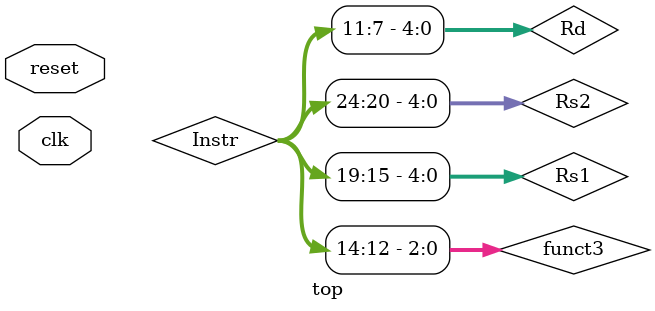
<source format=v>
`timescale 1ns / 1ps

module top(
    input wire clk,
    input wire reset
);

    // ALU
    wire [2:0] ALUcontroltop;
    wire [31:0] srcA, srcB;
    wire [31:0] AluresultTop;
    wire zeroTop, signTop;

    alu alu(
        .A(srcA),
        .B(srcB),
        .ALUControl_in(ALUcontroltop),
        .ALU_result(AluresultTop),
        .zero(zeroTop),
        .sign(signTop)
    );

    // Program Counter
    wire [31:0] pc_next;
    wire [31:0] pc;

    PC PC(
        .clk(clk),
        .reset(reset),
        .load(1'b1),
        .PC_next(pc_next),
        .PC(pc)
    );

    // Instruction Memory
    wire [31:0] Instr;
    instruction_memory instruction_memory(
        .A(pc),
        .RD(Instr)
    );

    // Sign Extender
    wire [31:0] ImmExt;
    wire [1:0] ImmSrc;

    sign_extender sign_extender(
        .instruction(Instr),
        .ImmSrc(ImmSrc),
        .ImmExt(ImmExt)
    );

    // Register File 
    wire [4:0] Rs1, Rs2, Rd;
    assign Rs1 = Instr[19:15];
    assign Rs2 = Instr[24:20];
    assign Rd  = Instr[11:7];
    wire [31:0] read_data2top;
    wire [31:0] Result;
    wire RegWriteTop, ALUSrc;

    register_file register_file (
        .clk(clk),
        .reset(reset),
        .A1(Rs1),
        .A2(Rs2),
        .A3(Rd),
        .WD3(Result),
        .WE3(RegWriteTop),
        .RD1(srcA),
        .RD2(read_data2top)
    );

    // MUX for ALU input B
    wire [31:0] SrcB;
    mux2to1 alumux(
        .in0(read_data2top),
        .in1(ImmExt),
        .sel(ALUSrc),
        .out(SrcB)
    );

    // Control Unit
    wire PCSrc, Branch;
    wire memwrite, ResultSrc;
    wire [31:0] pcplus4;
    wire [31:0] pctarget;

    control_unit cu(
        .Opcode(Instr[6:0]),
        .funct3(Instr[14:12]),
        .funct7(Instr[30]),
        .RegWrite(RegWriteTop),
        .ImmSrc(ImmSrc),
        .ALUSrc(ALUSrc),
        .MemWrite(memwrite),
        .ResultSrc(ResultSrc),
        .Branch(Branch),
        .ALUControl(ALUcontroltop)
    );

    wire [2:0] funct3 = Instr[14:12];

    assign PCSrc = Branch && (
        (funct3 == 3'b000 && zeroTop == 1'b1) || // beq
        (funct3 == 3'b001 && zeroTop == 1'b0) || // bne
        (funct3 == 3'b100 && signTop == 1'b1)    // blt
    );

    mux2to1 PC_MUX(
        .in0(pcplus4),
        .in1(pctarget),
        .sel(PCSrc),
        .out(pc_next)
    );

    pc_plus_4 pc_plus_4(
        .current_pc(pc),
        .next_pc(pcplus4)
    );

    // PC Target
    PCtarget PCtarget(
        .PC_current(pc),
        .ImmExtt(ImmExt),
        .PCtarget(pctarget)
    );

    // Data Memory
    wire [31:0] ReadData;

    data_memory DATAMEMORY(
        .clk(clk),
        .MWE(memwrite),
        .MA(AluresultTop),
        .MWD(read_data2top),
        .MRD(ReadData)
    );

    mux2to1 DATA_MUX(
        .in0(AluresultTop),
        .in1(ReadData),
        .sel(ResultSrc),
        .out(Result)
    );

endmodule

</source>
